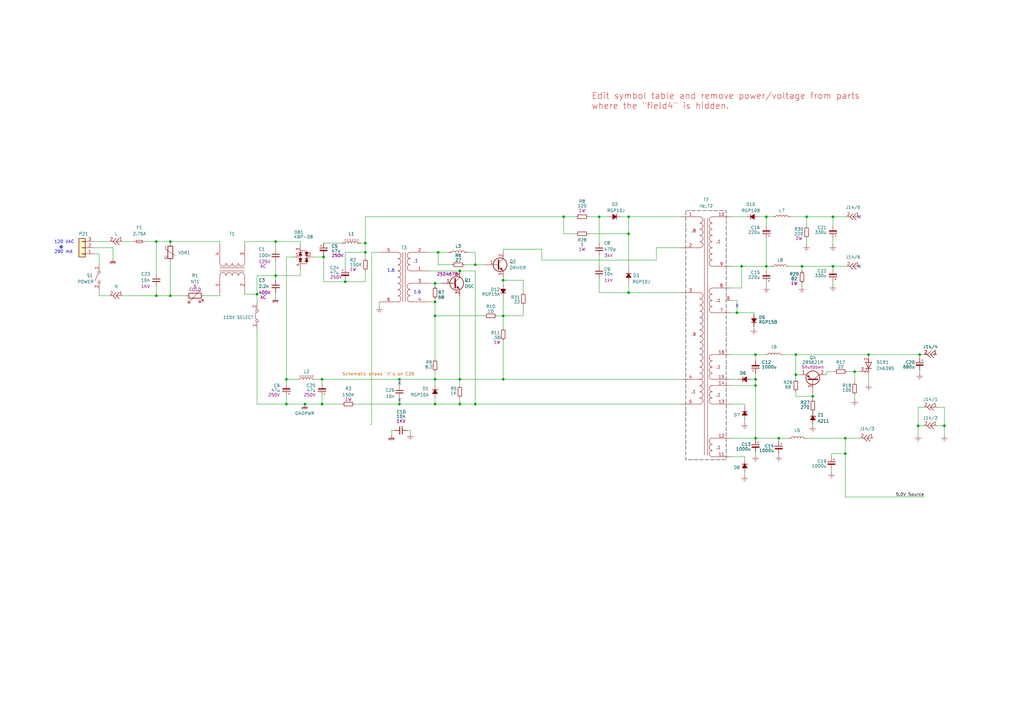
<source format=kicad_sch>
(kicad_sch (version 20230121) (generator eeschema)
  (paper "A3")
  (title_block (title "Apple IIe Power Supply") (rev "1") (company "bald.ee/bitpreserve") (comment 1 "Reference: Sams Computerfacts Apple IIe AS2064"))
  (lib_symbols
    (symbol "Apple IIe Power Supply UNKNOWN Library:Conn_Off_Board" (pin_names (offset 1.016))
      (property "Reference" "P/J?" (at 0 2.54 0))
      (property "Value" "Conn_Off_Board" (at 0 -2.54 0))
      (symbol "Conn_Off_Board_1_1"
        (pin passive line (at -2.54 0 0) (length 1.27) (name "~") (number "1"))
        (pin passive line (at 2.54 0 180) (length 1.27) (name "~") (number "2"))
      )
    )
    (symbol "Apple IIe Power Supply UNKNOWN Library:DB"
      (property "Reference" "DB" (at -1.27 6.35 0))
      (symbol "DB_1_1"
        (pin input line (at -2.54 -1.27 0) (length 2.54) (name "") (number "1"))
        (pin input line (at 5.08 -1.27 180) (length 2.54) (name "") (number "2"))
        (pin input line (at 0 3.81 270) (length 3.81) (name "") (number "3"))
        (pin input line (at 0 -6.35 90) (length 3.81) (name "") (number "4"))
      )
    )
    (symbol "Apple IIe Power Supply UNKNOWN Library:IIe_T2" (pin_names (offset 1.016) hide)
      (property "Reference" "T?" (at 0 50.8 0))
      (property "Value" "IIe_T2" (at 0 48.26 0))
      (symbol "IIe_T2_0_0"
        (text "" (at -1.27 -29.845 0) (effects (font (size 1.27 1.27))))
      )
      (symbol "IIe_T2_1_1"
        (text ".1" (at -5.08 -27.94 0) (effects (font (size 1.27 1.27))))
        (text ".1" (at 5.08 -50.8 0) (effects (font (size 1.27 1.27))))
        (text ".1" (at 5.08 -29.21 0) (effects (font (size 1.27 1.27))))
        (text ".1" (at 5.08 -17.78 0) (effects (font (size 1.27 1.27))))
        (text ".1" (at 5.08 9.525 0) (effects (font (size 1.27 1.27))))
        (text ".1" (at 5.08 33.655 0) (effects (font (size 1.27 1.27))))
        (text ".8" (at -5.08 38.1 0) (effects (font (size 1.27 1.27))))
        (text ".9" (at -5.08 -4.445 0) (effects (font (size 1.27 1.27))))
        (pin passive line (at -10.16 43.815 0) (length 7.62) (name "AA") (number "1"))
        (pin passive line (at 10.16 43.815 180) (length 7.62) (name "SA") (number "10"))
        (pin passive line (at 10.16 -54.61 180) (length 7.62) (name "SD") (number "11"))
        (pin passive line (at 10.16 -46.99 180) (length 7.62) (name "SC") (number "12"))
        (pin passive line (at 10.16 -33.02 180) (length 7.62) (name "SD") (number "13"))
        (pin passive line (at 10.16 -25.4 180) (length 7.62) (name "SC") (number "14"))
        (pin passive line (at 10.16 -22.86 180) (length 7.62) (name "SB") (number "15"))
        (pin passive line (at 10.16 -12.7 180) (length 7.62) (name "SA") (number "16"))
        (pin passive line (at -10.16 31.115 0) (length 7.62) (name "AA") (number "2"))
        (pin passive line (at -10.16 12.7 0) (length 7.62) (name "AA") (number "3"))
        (pin passive line (at -10.16 -22.86 0) (length 7.62) (name "AA") (number "4"))
        (pin passive line (at -10.16 -33.02 0) (length 7.62) (name "AB") (number "5"))
        (pin passive line (at 10.16 9.525 180) (length 1.905) (name "SB") (number "6"))
        (pin passive line (at 10.16 4.445 180) (length 7.62) (name "SB") (number "7"))
        (pin passive line (at 10.16 14.605 180) (length 7.62) (name "SA") (number "8"))
        (pin passive line (at 10.16 23.495 180) (length 7.62) (name "SB") (number "9"))
      )
    )
    (symbol "Apple IIe Power Supply UNKNOWN Library:Q_NPN_NO_NUMBERS" (pin_names (offset 0) hide)
      (property "Reference" "Q?" (at 5.715 1.27 0))
      (property "Value" "Q_NPN_NO_NUMBERS" (at 5.715 -1.27 0))
      (symbol "Q_NPN_NO_NUMBERS_1_1"
        (pin input line (at -5.08 0 0) (length 5.715) (name "B") (number "1"))
        (pin passive line (at 2.54 5.08 270) (length 2.54) (name "C") (number "2"))
        (pin passive line (at 2.54 -5.08 90) (length 2.54) (name "E") (number "3"))
      )
    )
    (symbol "Apple IIe Power Supply UNKNOWN Library:Transformer_1P_2S_IIe_PS" (pin_names (offset 1.016) hide)
      (property "Reference" "T?" (at 0 17.78 0))
      (property "Value" "Transformer_1P_2S_IIe_PS" (at 0 15.24 0))
      (symbol "Transformer_1P_2S_IIe_PS_1_1"
        (pin passive line (at 10.16 2.54 180) (length 7.62) (name "SB") (number "1"))
        (pin passive line (at 10.16 10.16 180) (length 7.62) (name "SA") (number "2"))
        (pin passive line (at 10.16 -2.54 180) (length 7.62) (name "SC") (number "3"))
        (pin passive line (at 10.16 -10.16 180) (length 7.62) (name "SD") (number "4"))
        (pin passive line (at -10.16 10.16 0) (length 7.62) (name "AA") (number "5"))
        (pin passive line (at -10.16 -10.16 0) (length 7.62) (name "AB") (number "6"))
      )
    )
    (symbol "Connector_Generic:Conn_01x03" (pin_names (offset 1.016) hide)
      (property "Reference" "J" (at 0 5.08 0))
      (property "Value" "Conn_01x03" (at 0 -5.08 0))
      (symbol "Conn_01x03_1_1"
        (pin passive line (at -5.08 2.54 0) (length 3.81) (name "Pin_1") (number "1"))
        (pin passive line (at -5.08 0 0) (length 3.81) (name "Pin_2") (number "2"))
        (pin passive line (at -5.08 -2.54 0) (length 3.81) (name "Pin_3") (number "3"))
      )
    )
    (symbol "Device:C_Polarized_Small" (pin_numbers hide) (pin_names (offset 0.254) hide)
      (property "Reference" "C" (at 0.254 1.778 0))
      (property "Value" "C_Polarized_Small" (at 0.254 -2.032 0))
      (symbol "C_Polarized_Small_1_1"
        (pin passive line (at 0 2.54 270) (length 1.8542) (name "~") (number "1"))
        (pin passive line (at 0 -2.54 90) (length 1.8542) (name "~") (number "2"))
      )
    )
    (symbol "Device:C_Small" (pin_numbers hide) (pin_names (offset 0.254) hide)
      (property "Reference" "C" (at 0.254 1.778 0))
      (property "Value" "C_Small" (at 0.254 -2.032 0))
      (symbol "C_Small_1_1"
        (pin passive line (at 0 2.54 270) (length 2.032) (name "~") (number "1"))
        (pin passive line (at 0 -2.54 90) (length 2.032) (name "~") (number "2"))
      )
    )
    (symbol "Device:D_Small_Filled" (pin_numbers hide) (pin_names (offset 0.254) hide)
      (property "Reference" "D" (at -1.27 2.032 0))
      (property "Value" "D_Small_Filled" (at -3.81 -2.032 0))
      (symbol "D_Small_Filled_1_1"
        (pin passive line (at -2.54 0 0) (length 1.778) (name "K") (number "1"))
        (pin passive line (at 2.54 0 180) (length 1.778) (name "A") (number "2"))
      )
    )
    (symbol "Device:D_Zener_Small_Filled" (pin_numbers hide) (pin_names (offset 0.254) hide)
      (property "Reference" "D" (at 0 2.286 0))
      (property "Value" "D_Zener_Small_Filled" (at 0 -2.286 0))
      (symbol "D_Zener_Small_Filled_1_1"
        (pin passive line (at -2.54 0 0) (length 1.778) (name "K") (number "1"))
        (pin passive line (at 2.54 0 180) (length 1.778) (name "A") (number "2"))
      )
    )
    (symbol "Device:Fuse_Small" (pin_numbers hide) (pin_names (offset 0.254) hide)
      (property "Reference" "F" (at 0 -1.524 0))
      (property "Value" "Fuse_Small" (at 0 1.524 0))
      (symbol "Fuse_Small_1_1"
        (pin passive line (at -2.54 0 0) (length 1.27) (name "~") (number "1"))
        (pin passive line (at 2.54 0 180) (length 1.27) (name "~") (number "2"))
      )
    )
    (symbol "Device:L" (pin_numbers hide) (pin_names (offset 1.016) hide)
      (property "Reference" "L" (at -1.27 0 90))
      (property "Value" "L" (at 1.905 0 90))
      (symbol "L_1_1"
        (pin passive line (at 0 3.81 270) (length 1.27) (name "1") (number "1"))
        (pin passive line (at 0 -3.81 90) (length 1.27) (name "2") (number "2"))
      )
    )
    (symbol "Device:L_Ferrite" (pin_numbers hide) (pin_names (offset 1.016) hide)
      (property "Reference" "L" (at -1.27 0 90))
      (property "Value" "L_Ferrite" (at 2.794 0 90))
      (symbol "L_Ferrite_1_1"
        (pin passive line (at 0 3.81 270) (length 1.27) (name "1") (number "1"))
        (pin passive line (at 0 -3.81 90) (length 1.27) (name "2") (number "2"))
      )
    )
    (symbol "Device:Q_PNP_ECB" (pin_names (offset 0) hide)
      (property "Reference" "Q" (at 5.08 1.27 0))
      (property "Value" "Q_PNP_ECB" (at 5.08 -1.27 0))
      (symbol "Q_PNP_ECB_1_1"
        (pin passive line (at 2.54 -5.08 90) (length 2.54) (name "E") (number "1"))
        (pin passive line (at 2.54 5.08 270) (length 2.54) (name "C") (number "2"))
        (pin input line (at -5.08 0 0) (length 5.715) (name "B") (number "3"))
      )
    )
    (symbol "Device:Q_SCR_KAG" (pin_names (offset 0) hide)
      (property "Reference" "D" (at 1.905 0.635 0))
      (property "Value" "Q_SCR_KAG" (at 1.905 -1.27 0))
      (symbol "Q_SCR_KAG_1_1"
        (pin passive line (at 0 -3.81 90) (length 2.54) (name "K") (number "1"))
        (pin passive line (at 0 3.81 270) (length 2.54) (name "A") (number "2"))
        (pin input line (at -3.81 -2.54 0) (length 2.54) (name "G") (number "3"))
      )
    )
    (symbol "Device:R_Small" (pin_numbers hide) (pin_names (offset 0.254) hide)
      (property "Reference" "R" (at 0.762 0.508 0))
      (property "Value" "R_Small" (at 0.762 -1.016 0))
      (symbol "R_Small_1_1"
        (pin passive line (at 0 2.54 270) (length 0.762) (name "~") (number "1"))
        (pin passive line (at 0 -2.54 90) (length 0.762) (name "~") (number "2"))
      )
    )
    (symbol "Device:Thermistor_NTC" (pin_numbers hide) (pin_names (offset 0))
      (property "Reference" "TH" (at -4.445 0 90))
      (property "Value" "Thermistor_NTC" (at 3.175 0 90))
      (symbol "Thermistor_NTC_1_1"
        (pin passive line (at 0 3.81 270) (length 1.27) (name "~") (number "1"))
        (pin passive line (at 0 -3.81 90) (length 1.27) (name "~") (number "2"))
      )
    )
    (symbol "Device:Transformer_1P_1S" (pin_names (offset 1.016) hide)
      (property "Reference" "T" (at 0 6.35 0))
      (property "Value" "Transformer_1P_1S" (at 0 -7.62 0))
      (symbol "Transformer_1P_1S_1_1"
        (pin passive line (at -10.16 5.08 0) (length 7.62) (name "AA") (number "1"))
        (pin passive line (at -10.16 -5.08 0) (length 7.62) (name "AB") (number "2"))
        (pin passive line (at 10.16 -5.08 180) (length 7.62) (name "SA") (number "3"))
        (pin passive line (at 10.16 5.08 180) (length 7.62) (name "SB") (number "4"))
      )
    )
    (symbol "Device:Varistor" (pin_numbers hide) (pin_names (offset 0))
      (property "Reference" "RV" (at 3.175 0 90))
      (property "Value" "Varistor" (at -3.175 0 90))
      (symbol "Varistor_0_0"
        (text "U" (at -1.778 -2.032 0) (effects (font (size 1.27 1.27))))
      )
      (symbol "Varistor_1_1"
        (pin passive line (at 0 3.81 270) (length 1.27) (name "~") (number "1"))
        (pin passive line (at 0 -3.81 90) (length 1.27) (name "~") (number "2"))
      )
    )
    (symbol "Jumper:Jumper_2_Bridged" (pin_names (offset 0) hide)
      (property "Reference" "JP" (at 0 1.905 0))
      (property "Value" "Jumper_2_Bridged" (at 0 -2.54 0))
      (symbol "Jumper_2_Bridged_1_1"
        (pin passive line (at -5.08 0 0) (length 2.54) (name "A") (number "1"))
        (pin passive line (at 5.08 0 180) (length 2.54) (name "B") (number "2"))
      )
    )
    (symbol "Switch:SW_SPST" (pin_names (offset 0) hide)
      (property "Reference" "SW" (at 0 3.175 0))
      (property "Value" "SW_SPST" (at 0 -2.54 0))
      (symbol "SW_SPST_1_1"
        (pin passive line (at -5.08 0 0) (length 2.54) (name "A") (number "1"))
        (pin passive line (at 5.08 0 180) (length 2.54) (name "B") (number "2"))
      )
    )
    (symbol "power:Earth" (power) (pin_names (offset 0))
      (symbol "Earth_1_1"
        (pin power_in line (at 0 0 270) (length 0) hide (name "Earth") (number "1"))
      )
    )
    (symbol "power:GNDPWR" (power) (pin_names (offset 0))
      (property "Value" "GNDPWR" (at 0 -3.302 0))
      (symbol "GNDPWR_1_1"
        (pin power_in line (at 0 0 270) (length 0) hide (name "GNDPWR") (number "1"))
      )
    )
  )
  (junction (at 163.83 155.575))
  (junction (at 257.81 88.9))
  (junction (at 309.88 155.575))
  (junction (at 125.095 165.735))
  (junction (at 341.63 88.9))
  (junction (at 188.595 165.735))
  (junction (at 113.03 113.03))
  (junction (at 231.14 88.9))
  (junction (at 178.435 123.825))
  (junction (at 314.325 109.22))
  (junction (at 178.435 155.575))
  (junction (at 179.705 103.505))
  (junction (at 314.325 88.9))
  (junction (at 69.85 121.285))
  (junction (at 326.39 145.415))
  (junction (at 178.435 116.205))
  (junction (at 328.93 109.22))
  (junction (at 350.52 152.4))
  (junction (at 326.39 153.67))
  (junction (at 64.135 121.285))
  (junction (at 64.135 99.06))
  (junction (at 387.35 174.625))
  (junction (at 132.08 165.735))
  (junction (at 132.08 155.575))
  (junction (at 178.435 165.735))
  (junction (at 377.19 145.415))
  (junction (at 117.475 155.575))
  (junction (at 346.71 186.055))
  (junction (at 206.375 129.54))
  (junction (at 113.03 99.06))
  (junction (at 356.235 145.415))
  (junction (at 149.86 103.505))
  (junction (at 333.375 162.56))
  (junction (at 117.475 165.735))
  (junction (at 163.83 165.735))
  (junction (at 330.835 88.9))
  (junction (at 149.86 99.695))
  (junction (at 309.88 158.115))
  (junction (at 257.81 95.885))
  (junction (at 188.595 111.125))
  (junction (at 105.41 120.65))
  (junction (at 245.745 88.9))
  (junction (at 319.405 179.705))
  (junction (at 206.375 155.575))
  (junction (at 141.605 115.57))
  (junction (at 132.715 105.41))
  (junction (at 69.85 99.06))
  (junction (at 257.81 120.015))
  (junction (at 304.165 109.22))
  (junction (at 206.375 114.935))
  (junction (at 188.595 155.575))
  (junction (at 178.435 129.54))
  (junction (at 309.88 179.705))
  (junction (at 194.945 108.585))
  (junction (at 302.26 128.27))
  (junction (at 309.88 145.415))
  (junction (at 346.71 179.705))
  (junction (at 194.945 165.735))
  (junction (at 341.63 109.22))
  (junction (at 376.555 174.625))
  (no_connect (at 352.425 88.9))
  (no_connect (at 352.425 109.22))
  (wire (pts (xy 175.895 116.205) (xy 178.435 116.205)))
  (wire (pts (xy 330.835 88.9) (xy 330.835 92.71)))
  (wire (pts (xy 163.83 165.735) (xy 178.435 165.735)))
  (wire (pts (xy 191.77 103.505) (xy 194.945 103.505)))
  (wire (pts (xy 132.715 104.775) (xy 132.715 105.41)))
  (wire (pts (xy 299.72 118.11) (xy 304.165 118.11)))
  (wire (pts (xy 319.405 186.055) (xy 319.405 186.69)))
  (wire (pts (xy 206.375 114.935) (xy 206.375 116.84)))
  (wire (pts (xy 339.09 153.67) (xy 339.09 152.4)))
  (wire (pts (xy 145.415 165.735) (xy 163.83 165.735)))
  (wire (pts (xy 149.86 111.125) (xy 149.86 115.57)))
  (wire (pts (xy 214.63 125.095) (xy 214.63 129.54)))
  (wire (pts (xy 377.19 151.765) (xy 377.19 153.035)))
  (wire (pts (xy 269.24 101.6) (xy 269.24 106.68)))
  (wire (pts (xy 346.71 179.705) (xy 353.06 179.705)))
  (wire (pts (xy 206.375 129.54) (xy 214.63 129.54)))
  (wire (pts (xy 299.72 158.115) (xy 309.88 158.115)))
  (wire (pts (xy 50.165 121.285) (xy 64.135 121.285)))
  (wire (pts (xy 206.375 113.665) (xy 206.375 114.935)))
  (wire (pts (xy 338.455 153.67) (xy 339.09 153.67)))
  (wire (pts (xy 245.745 88.9) (xy 249.555 88.9)))
  (wire (pts (xy 314.325 109.22) (xy 314.325 111.125)))
  (wire (pts (xy 254.635 88.9) (xy 257.81 88.9)))
  (wire (pts (xy 314.325 88.9) (xy 314.325 92.71)))
  (wire (pts (xy 245.745 104.775) (xy 245.745 109.22)))
  (wire (pts (xy 132.715 115.57) (xy 141.605 115.57)))
  (wire (pts (xy 350.52 161.925) (xy 350.52 163.83)))
  (wire (pts (xy 149.86 103.505) (xy 149.86 106.045)))
  (wire (pts (xy 314.325 88.9) (xy 316.865 88.9)))
  (wire (pts (xy 123.19 110.49) (xy 123.19 113.03)))
  (wire (pts (xy 269.24 106.68) (xy 222.25 106.68)))
  (wire (pts (xy 309.88 145.415) (xy 313.69 145.415)))
  (wire (pts (xy 128.27 105.41) (xy 132.715 105.41)))
  (wire (pts (xy 178.435 129.54) (xy 178.435 123.825)))
  (wire (pts (xy 379.095 167.005) (xy 376.555 167.005)))
  (wire (pts (xy 194.945 165.735) (xy 188.595 165.735)))
  (wire (pts (xy 231.14 88.9) (xy 236.22 88.9)))
  (wire (pts (xy 309.88 179.705) (xy 309.88 180.34)))
  (wire (pts (xy 377.19 145.415) (xy 379.095 145.415)))
  (wire (pts (xy 326.39 145.415) (xy 356.235 145.415)))
  (wire (pts (xy 163.83 155.575) (xy 178.435 155.575)))
  (wire (pts (xy 257.81 88.9) (xy 279.4 88.9)))
  (wire (pts (xy 333.375 162.56) (xy 333.375 163.83)))
  (wire (pts (xy 46.355 101.6) (xy 46.355 106.045)))
  (wire (pts (xy 341.63 115.57) (xy 341.63 116.84)))
  (wire (pts (xy 100.33 99.06) (xy 113.03 99.06)))
  (wire (pts (xy 179.705 103.505) (xy 184.15 103.505)))
  (wire (pts (xy 326.39 162.56) (xy 333.375 162.56)))
  (wire (pts (xy 326.39 160.655) (xy 326.39 162.56)))
  (wire (pts (xy 117.475 162.56) (xy 117.475 165.735)))
  (wire (pts (xy 117.475 155.575) (xy 121.92 155.575)))
  (wire (pts (xy 314.325 97.79) (xy 314.325 109.22)))
  (wire (pts (xy 319.405 179.705) (xy 323.215 179.705)))
  (wire (pts (xy 105.41 120.65) (xy 105.41 113.03)))
  (wire (pts (xy 309.245 133.985) (xy 309.245 134.62)))
  (wire (pts (xy 241.3 95.885) (xy 257.81 95.885)))
  (wire (pts (xy 105.41 113.03) (xy 113.03 113.03)))
  (wire (pts (xy 328.93 109.22) (xy 328.93 111.125)))
  (wire (pts (xy 117.475 155.575) (xy 117.475 157.48)))
  (wire (pts (xy 305.435 193.675) (xy 305.435 194.945)))
  (wire (pts (xy 231.14 95.885) (xy 231.14 88.9)))
  (wire (pts (xy 155.575 103.505) (xy 152.4 103.505)))
  (wire (pts (xy 198.755 129.54) (xy 178.435 129.54)))
  (wire (pts (xy 90.17 121.285) (xy 90.17 120.65)))
  (wire (pts (xy 299.72 179.705) (xy 309.88 179.705)))
  (wire (pts (xy 309.88 155.575) (xy 309.88 153.035)))
  (wire (pts (xy 309.245 128.27) (xy 309.245 128.905)))
  (wire (pts (xy 307.975 155.575) (xy 309.88 155.575)))
  (wire (pts (xy 257.81 120.015) (xy 279.4 120.015)))
  (wire (pts (xy 324.485 88.9) (xy 330.835 88.9)))
  (wire (pts (xy 149.86 99.695) (xy 149.86 88.9)))
  (wire (pts (xy 117.475 105.41) (xy 120.65 105.41)))
  (wire (pts (xy 194.945 165.735) (xy 279.4 165.735)))
  (wire (pts (xy 188.595 111.125) (xy 194.945 111.125)))
  (wire (pts (xy 311.15 88.9) (xy 314.325 88.9)))
  (wire (pts (xy 350.52 152.4) (xy 350.52 156.845)))
  (wire (pts (xy 69.85 107.315) (xy 69.85 121.285)))
  (wire (pts (xy 333.375 173.99) (xy 333.375 174.625)))
  (wire (pts (xy 341.63 97.79) (xy 341.63 100.33)))
  (wire (pts (xy 132.08 155.575) (xy 132.08 157.48)))
  (wire (pts (xy 257.81 115.57) (xy 257.81 120.015)))
  (wire (pts (xy 147.955 99.695) (xy 149.86 99.695)))
  (wire (pts (xy 330.835 179.705) (xy 346.71 179.705)))
  (wire (pts (xy 100.33 100.33) (xy 100.33 99.06)))
  (wire (pts (xy 152.4 103.505) (xy 152.4 173.99)))
  (wire (pts (xy 346.71 179.705) (xy 346.71 186.055)))
  (wire (pts (xy 328.93 109.22) (xy 341.63 109.22)))
  (wire (pts (xy 40.64 121.285) (xy 45.085 121.285)))
  (wire (pts (xy 206.375 121.92) (xy 206.375 129.54)))
  (wire (pts (xy 132.715 105.41) (xy 132.715 115.57)))
  (wire (pts (xy 309.88 185.42) (xy 309.88 186.69)))
  (wire (pts (xy 346.71 186.055) (xy 346.71 203.835)))
  (wire (pts (xy 314.325 116.205) (xy 314.325 117.475)))
  (wire (pts (xy 90.17 99.06) (xy 90.17 100.33)))
  (wire (pts (xy 236.22 95.885) (xy 231.14 95.885)))
  (wire (pts (xy 167.005 176.53) (xy 168.275 176.53)))
  (wire (pts (xy 299.72 109.22) (xy 304.165 109.22)))
  (wire (pts (xy 149.86 88.9) (xy 231.14 88.9)))
  (wire (pts (xy 299.72 165.735) (xy 305.435 165.735)))
  (wire (pts (xy 245.745 114.3) (xy 245.745 120.015)))
  (wire (pts (xy 179.705 108.585) (xy 179.705 103.505)))
  (wire (pts (xy 178.435 116.205) (xy 180.975 116.205)))
  (wire (pts (xy 328.93 116.205) (xy 328.93 117.475)))
  (wire (pts (xy 206.375 103.505) (xy 206.375 102.235)))
  (wire (pts (xy 178.435 163.195) (xy 178.435 165.735)))
  (wire (pts (xy 40.64 104.14) (xy 40.64 108.585)))
  (wire (pts (xy 326.39 145.415) (xy 326.39 153.67)))
  (wire (pts (xy 356.235 153.67) (xy 356.235 157.48)))
  (wire (pts (xy 188.595 155.575) (xy 206.375 155.575)))
  (wire (pts (xy 326.39 153.67) (xy 326.39 155.575)))
  (wire (pts (xy 59.69 99.06) (xy 64.135 99.06)))
  (wire (pts (xy 309.88 145.415) (xy 309.88 147.955)))
  (wire (pts (xy 341.63 88.9) (xy 347.345 88.9)))
  (wire (pts (xy 330.835 88.9) (xy 341.63 88.9)))
  (wire (pts (xy 206.375 114.935) (xy 214.63 114.935)))
  (wire (pts (xy 100.33 120.65) (xy 105.41 120.65)))
  (wire (pts (xy 188.595 121.285) (xy 188.595 155.575)))
  (wire (pts (xy 341.63 109.22) (xy 341.63 110.49)))
  (wire (pts (xy 356.235 145.415) (xy 377.19 145.415)))
  (wire (pts (xy 245.745 88.9) (xy 245.745 99.695)))
  (wire (pts (xy 188.595 163.195) (xy 188.595 165.735)))
  (wire (pts (xy 83.82 121.285) (xy 90.17 121.285)))
  (wire (pts (xy 299.72 88.9) (xy 306.07 88.9)))
  (wire (pts (xy 69.85 121.285) (xy 64.135 121.285)))
  (wire (pts (xy 302.26 128.27) (xy 309.245 128.27)))
  (wire (pts (xy 155.575 125.73) (xy 155.575 123.825)))
  (wire (pts (xy 339.09 152.4) (xy 342.265 152.4)))
  (wire (pts (xy 305.435 165.735) (xy 305.435 167.005)))
  (wire (pts (xy 129.54 155.575) (xy 132.08 155.575)))
  (wire (pts (xy 299.72 145.415) (xy 309.88 145.415)))
  (wire (pts (xy 340.995 192.405) (xy 340.995 193.675)))
  (wire (pts (xy 328.295 153.67) (xy 326.39 153.67)))
  (wire (pts (xy 299.72 187.325) (xy 305.435 187.325)))
  (wire (pts (xy 113.03 99.06) (xy 113.03 102.235)))
  (wire (pts (xy 222.25 106.68) (xy 222.25 102.235)))
  (wire (pts (xy 188.595 158.115) (xy 188.595 155.575)))
  (wire (pts (xy 206.375 102.235) (xy 222.25 102.235)))
  (wire (pts (xy 149.86 99.695) (xy 149.86 103.505)))
  (wire (pts (xy 178.435 123.825) (xy 175.895 123.825)))
  (wire (pts (xy 113.03 113.03) (xy 113.03 107.315)))
  (wire (pts (xy 376.555 167.005) (xy 376.555 174.625)))
  (wire (pts (xy 178.435 152.4) (xy 178.435 155.575)))
  (wire (pts (xy 299.72 128.27) (xy 302.26 128.27)))
  (wire (pts (xy 341.63 88.9) (xy 341.63 92.71)))
  (wire (pts (xy 38.735 99.06) (xy 45.085 99.06)))
  (wire (pts (xy 340.995 187.325) (xy 340.995 186.055)))
  (wire (pts (xy 132.08 155.575) (xy 163.83 155.575)))
  (wire (pts (xy 340.995 186.055) (xy 346.71 186.055)))
  (wire (pts (xy 149.86 115.57) (xy 141.605 115.57)))
  (wire (pts (xy 305.435 172.085) (xy 305.435 173.355)))
  (wire (pts (xy 163.83 163.195) (xy 163.83 165.735)))
  (wire (pts (xy 123.19 99.06) (xy 123.19 100.33)))
  (wire (pts (xy 194.945 103.505) (xy 194.945 108.585)))
  (wire (pts (xy 309.88 179.705) (xy 319.405 179.705)))
  (wire (pts (xy 113.03 120.015) (xy 113.03 121.92)))
  (wire (pts (xy 194.945 108.585) (xy 198.755 108.585)))
  (wire (pts (xy 214.63 114.935) (xy 214.63 120.015)))
  (wire (pts (xy 50.165 99.06) (xy 54.61 99.06)))
  (wire (pts (xy 319.405 179.705) (xy 319.405 180.975)))
  (wire (pts (xy 163.83 155.575) (xy 163.83 158.115)))
  (wire (pts (xy 105.41 120.65) (xy 105.41 124.46)))
  (wire (pts (xy 175.895 111.125) (xy 188.595 111.125)))
  (wire (pts (xy 141.605 115.57) (xy 141.605 114.935)))
  (wire (pts (xy 64.135 99.06) (xy 69.85 99.06)))
  (wire (pts (xy 188.595 155.575) (xy 178.435 155.575)))
  (wire (pts (xy 178.435 158.115) (xy 178.435 155.575)))
  (wire (pts (xy 179.705 108.585) (xy 185.42 108.585)))
  (wire (pts (xy 245.745 120.015) (xy 257.81 120.015)))
  (wire (pts (xy 352.425 152.4) (xy 350.52 152.4)))
  (wire (pts (xy 113.03 99.06) (xy 123.19 99.06)))
  (wire (pts (xy 168.275 176.53) (xy 168.275 177.8)))
  (wire (pts (xy 113.03 113.03) (xy 113.03 114.935)))
  (wire (pts (xy 206.375 129.54) (xy 206.375 134.62)))
  (wire (pts (xy 132.08 162.56) (xy 132.08 165.735)))
  (wire (pts (xy 178.435 116.205) (xy 178.435 117.475)))
  (wire (pts (xy 149.86 103.505) (xy 141.605 103.505)))
  (wire (pts (xy 64.135 99.06) (xy 64.135 112.395)))
  (wire (pts (xy 188.595 165.735) (xy 178.435 165.735)))
  (wire (pts (xy 206.375 139.7) (xy 206.375 155.575)))
  (wire (pts (xy 279.4 101.6) (xy 269.24 101.6)))
  (wire (pts (xy 123.19 113.03) (xy 113.03 113.03)))
  (wire (pts (xy 141.605 103.505) (xy 141.605 109.855)))
  (wire (pts (xy 356.235 146.05) (xy 356.235 145.415)))
  (wire (pts (xy 132.715 99.695) (xy 140.335 99.695)))
  (wire (pts (xy 64.135 121.285) (xy 64.135 117.475)))
  (wire (pts (xy 376.555 174.625) (xy 376.555 178.435)))
  (wire (pts (xy 257.81 88.9) (xy 257.81 95.885)))
  (wire (pts (xy 105.41 134.62) (xy 105.41 165.735)))
  (wire (pts (xy 321.31 145.415) (xy 326.39 145.415)))
  (wire (pts (xy 117.475 165.735) (xy 105.41 165.735)))
  (wire (pts (xy 299.72 155.575) (xy 302.895 155.575)))
  (wire (pts (xy 387.35 167.005) (xy 387.35 174.625)))
  (wire (pts (xy 151.765 173.99) (xy 152.4 173.99)))
  (wire (pts (xy 347.345 152.4) (xy 350.52 152.4)))
  (wire (pts (xy 376.555 174.625) (xy 379.095 174.625)))
  (wire (pts (xy 194.945 111.125) (xy 194.945 165.735)))
  (wire (pts (xy 40.64 118.745) (xy 40.64 121.285)))
  (wire (pts (xy 178.435 122.555) (xy 178.435 123.825)))
  (wire (pts (xy 302.26 123.19) (xy 302.26 128.27)))
  (wire (pts (xy 160.655 176.53) (xy 160.655 178.435)))
  (wire (pts (xy 38.735 104.14) (xy 40.64 104.14)))
  (wire (pts (xy 323.85 109.22) (xy 328.93 109.22)))
  (wire (pts (xy 309.88 155.575) (xy 309.88 158.115)))
  (wire (pts (xy 175.895 103.505) (xy 179.705 103.505)))
  (wire (pts (xy 384.175 167.005) (xy 387.35 167.005)))
  (wire (pts (xy 178.435 129.54) (xy 178.435 147.32)))
  (wire (pts (xy 38.735 101.6) (xy 46.355 101.6)))
  (wire (pts (xy 341.63 109.22) (xy 347.345 109.22)))
  (wire (pts (xy 299.72 123.19) (xy 302.26 123.19)))
  (wire (pts (xy 117.475 105.41) (xy 117.475 155.575)))
  (wire (pts (xy 125.095 165.735) (xy 132.08 165.735)))
  (wire (pts (xy 241.3 88.9) (xy 245.745 88.9)))
  (wire (pts (xy 206.375 155.575) (xy 279.4 155.575)))
  (wire (pts (xy 117.475 165.735) (xy 125.095 165.735)))
  (wire (pts (xy 132.08 165.735) (xy 140.335 165.735)))
  (wire (pts (xy 384.175 174.625) (xy 387.35 174.625)))
  (wire (pts (xy 330.835 97.79) (xy 330.835 100.33)))
  (wire (pts (xy 333.375 162.56) (xy 333.375 161.29)))
  (wire (pts (xy 69.85 99.06) (xy 90.17 99.06)))
  (wire (pts (xy 346.71 203.835) (xy 379.095 203.835)))
  (wire (pts (xy 314.325 109.22) (xy 316.23 109.22)))
  (wire (pts (xy 69.85 121.285) (xy 76.2 121.285)))
  (wire (pts (xy 387.35 174.625) (xy 387.35 178.435)))
  (wire (pts (xy 305.435 187.325) (xy 305.435 188.595)))
  (wire (pts (xy 304.165 118.11) (xy 304.165 109.22)))
  (wire (pts (xy 309.88 158.115) (xy 309.88 179.705)))
  (wire (pts (xy 161.925 176.53) (xy 160.655 176.53)))
  (wire (pts (xy 203.835 129.54) (xy 206.375 129.54)))
  (wire (pts (xy 304.165 109.22) (xy 314.325 109.22)))
  (wire (pts (xy 377.19 145.415) (xy 377.19 146.685)))
  (wire (pts (xy 69.85 99.06) (xy 69.85 99.695)))
  (wire (pts (xy 257.81 95.885) (xy 257.81 110.49)))
  (wire (pts (xy 194.945 108.585) (xy 190.5 108.585)))
  (text "X" (at 163.195 165.1 0) (effects (font (size 1.27 1.27)) (justify left bottom)))
  (text "Schematic shows \"X\"s on C26" (at 140.335 154.305 0) (effects (font (size 1.27 1.27)) (justify left bottom)))
  (text "X" (at 163.195 158.115 0) (effects (font (size 1.27 1.27)) (justify left bottom)))
  (text "1.6" (at 158.75 111.76 0) (effects (font (size 1.27 1.27)) (justify left bottom)))
  (text "Edit symbol table and remove power/voltage from parts\nwhere the \"field4\" is hidden." (at 242.57 45.085 0) (effects (font (size 2.54 2.54)) (justify left bottom)))
  (text "120 VAC\n  @\n290 mA" (at 22.225 104.14 0) (effects (font (size 1.27 1.27)) (justify left bottom)))
  (text ".1" (at 169.545 107.95 0) (effects (font (size 1.27 1.27)) (justify left bottom)))
  (text "1.6" (at 169.545 120.65 0) (effects (font (size 1.27 1.27)) (justify left bottom)))
  (text "X" (at 301.625 126.365 0) (effects (font (size 1.27 1.27)) (justify left bottom)))
  (label "5.0V Source" (at 379.095 203.835 180))
  (symbol (lib_id "Device:C_Small") (at 64.135 114.935 0) (unit 1)
    (property "Reference" "C23" (at 57.785 112.395 0) (effects (justify left)))
    (property "Value" "10n" (at 57.785 114.935 0) (effects (justify left)))
    (property "Voltage" "1KV" (at 57.785 117.4687 0) (effects (justify left)))
  )
  (symbol (lib_id "Device:L") (at 317.5 145.415 90) (unit 1)
    (property "Reference" "L6" (at 317.5 142.24 90))
    (property "Value" "L" (effects hide))
  )
  (symbol (lib_id "Device:C_Polarized_Small") (at 132.715 102.235 0) (unit 1)
    (property "Reference" "C5" (at 135.89 100.965 0) (effects (justify left)))
    (property "Value" "47u" (at 135.89 102.87 0) (effects (justify left)))
    (property "Field4" "250V" (at 138.43 104.775 0))
  )
  (symbol (lib_id "power:Earth") (at 309.88 186.69 0) (unit 1)
    (property "Reference" "#PWR014" (effects hide))
    (property "Value" "Earth" (effects hide))
  )
  (symbol (lib_id "power:Earth") (at 350.52 163.83 0) (unit 1)
    (property "Reference" "#PWR018" (effects hide))
    (property "Value" "Earth" (effects hide))
  )
  (symbol (lib_id "Device:C_Polarized_Small") (at 314.325 113.665 180) (unit 1)
    (property "Reference" "C15" (at 311.785 111.76 0) (effects (justify left)))
    (property "Value" "220u" (at 311.785 113.665 0) (effects (justify left)))
    (property "Field4" "250V" (effects hide))
  )
  (symbol (lib_id "Device:C_Polarized_Small") (at 341.63 95.25 180) (unit 1)
    (property "Reference" "C21" (at 339.09 93.345 0) (effects (justify left)))
    (property "Value" "330u" (at 339.09 95.25 0) (effects (justify left)))
    (property "Field4" "250V" (effects hide))
  )
  (symbol (lib_id "Device:R_Small") (at 178.435 120.015 0) (mirror x) (unit 1)
    (property "Reference" "R7" (at 180.975 120.015 0))
    (property "Value" "68" (at 180.975 121.92 0))
  )
  (symbol (lib_id "Apple IIe Power Supply UNKNOWN Library:Transformer_1P_2S_IIe_PS") (at 165.735 113.665 0) (unit 1)
    (property "Reference" "T3" (at 165.735 101.6 0))
    (property "Value" "Transformer_1P_2S_IIe_PS" (effects hide))
  )
  (symbol (lib_id "Device:L") (at 327.025 179.705 90) (unit 1)
    (property "Reference" "L5" (at 327.025 176.53 90))
    (property "Value" "L" (effects hide))
  )
  (symbol (lib_id "Jumper:Jumper_2_Bridged") (at 105.41 129.54 90) (unit 1)
    (property "Reference" "JP?" (effects hide))
    (property "Value" "115V SELECT" (at 91.44 130.175 90) (effects (justify right)))
  )
  (symbol (lib_id "Device:R_Small") (at 188.595 160.655 180) (unit 1)
    (property "Reference" "R5" (at 186.055 159.385 0))
    (property "Value" "1K" (at 186.055 161.29 0))
  )
  (symbol (lib_id "Apple IIe Power Supply UNKNOWN Library:IIe_T2") (at 289.56 132.715 0) (unit 1)
    (property "Reference" "T?" (at 289.56 81.915 0))
    (property "Value" "IIe_T2" (at 289.56 84.455 0))
  )
  (symbol (lib_id "Device:D_Small_Filled") (at 252.095 88.9 0) (mirror y) (unit 1)
    (property "Reference" "D2" (at 250.825 83.82 0) (effects (justify right)))
    (property "Value" "RGP10J" (at 248.92 86.36 0) (effects (justify right)))
    (property "Sim.Device" "D" (effects hide))
    (property "Sim.Pins" "1=K 2=A" (effects hide))
  )
  (symbol (lib_id "Device:R_Small") (at 238.76 95.885 270) (unit 1)
    (property "Reference" "R28" (at 238.76 98.425 90))
    (property "Value" "1" (at 238.76 100.33 90))
    (property "Field4" "1W" (at 238.76 102.235 90))
  )
  (symbol (lib_id "Device:C_Polarized_Small") (at 341.63 113.03 180) (unit 1)
    (property "Reference" "C22" (at 339.09 111.125 0) (effects (justify left)))
    (property "Value" "330u" (at 339.09 113.03 0) (effects (justify left)))
    (property "Field4" "250V" (effects hide))
  )
  (symbol (lib_id "power:Earth") (at 377.19 153.035 0) (unit 1)
    (property "Reference" "#PWR020" (effects hide))
    (property "Value" "Earth" (effects hide))
  )
  (symbol (lib_id "Device:D_Small_Filled") (at 308.61 88.9 0) (unit 1)
    (property "Reference" "D10" (at 309.88 83.82 0) (effects (justify right)))
    (property "Value" "RGP10B" (at 311.785 86.36 0) (effects (justify right)))
    (property "Sim.Device" "D" (effects hide))
    (property "Sim.Pins" "1=K 2=A" (effects hide))
  )
  (symbol (lib_id "power:Earth") (at 305.435 173.355 0) (unit 1)
    (property "Reference" "#PWR013" (effects hide))
    (property "Value" "Earth" (effects hide))
  )
  (symbol (lib_id "power:Earth") (at 341.63 116.84 0) (unit 1)
    (property "Reference" "#PWR09" (effects hide))
    (property "Value" "Earth" (effects hide))
  )
  (symbol (lib_id "Apple IIe Power Supply UNKNOWN Library:Conn_Off_Board") (at 47.625 99.06 0) (mirror y) (unit 1)
    (property "Reference" "P/J1" (effects hide))
    (property "Value" "L" (at 47.625 95.885 0))
  )
  (symbol (lib_id "Apple IIe Power Supply UNKNOWN Library:Conn_Off_Board") (at 47.625 121.285 0) (mirror y) (unit 1)
    (property "Reference" "P/J2" (effects hide))
    (property "Value" "N" (at 47.625 117.475 0))
  )
  (symbol (lib_id "Device:L") (at 187.96 103.505 90) (unit 1)
    (property "Reference" "L3" (at 187.96 100.965 90))
    (property "Value" "L" (effects hide))
  )
  (symbol (lib_id "Connector_Generic:Conn_01x03") (at 33.655 101.6 180) (unit 1)
    (property "Reference" "P21" (at 34.29 95.885 0))
    (property "Value" "Conn_01x03" (effects hide))
  )
  (symbol (lib_id "Apple IIe Power Supply UNKNOWN Library:Q_NPN_NO_NUMBERS") (at 186.055 116.205 0) (unit 1)
    (property "Reference" "Q1" (at 190.5 114.935 0) (effects (justify left)))
    (property "Value" "OSC" (at 190.5 117.475 0) (effects (justify left)))
    (property "Field4" "2SD467B" (at 183.515 112.395 0))
  )
  (symbol (lib_id "Device:R_Small") (at 149.86 108.585 0) (unit 1)
    (property "Reference" "R2" (at 144.78 106.68 0))
    (property "Value" "150K" (at 146.05 108.585 0))
    (property "Field4" "1W" (at 144.78 110.49 0))
  )
  (symbol (lib_id "power:Earth") (at 305.435 194.945 0) (unit 1)
    (property "Reference" "#PWR015" (effects hide))
    (property "Value" "Earth" (effects hide))
  )
  (symbol (lib_id "Device:L_Ferrite") (at 125.73 155.575 90) (unit 1)
    (property "Reference" "L2" (at 125.73 152.4 90))
    (property "Value" "L_Ferrite" (effects hide))
  )
  (symbol (lib_id "Switch:SW_SPST") (at 40.64 113.665 90) (mirror x) (unit 1)
    (property "Reference" "S1" (at 35.56 113.03 90) (effects (justify right)))
    (property "Value" "POWER" (at 31.75 115.57 90) (effects (justify right)))
  )
  (symbol (lib_id "Apple IIe Power Supply UNKNOWN Library:Conn_Off_Board") (at 381.635 174.625 180) (unit 1)
    (property "Reference" "J14/2" (at 381.635 171.45 0))
    (property "Value" "Conn_Off_Board" (effects hide))
  )
  (symbol (lib_id "Device:D_Small_Filled") (at 309.245 131.445 90) (unit 1)
    (property "Reference" "D9" (at 311.15 130.175 90) (effects (justify right)))
    (property "Value" "RGP15B" (at 311.15 132.08 90) (effects (justify right)))
    (property "Sim.Device" "D" (effects hide))
    (property "Sim.Pins" "1=K 2=A" (effects hide))
  )
  (symbol (lib_id "Apple IIe Power Supply UNKNOWN Library:Conn_Off_Board") (at 355.6 179.705 180) (unit 1)
    (property "Reference" "J14/3" (at 355.6 175.895 0))
    (property "Value" "Conn_Off_Board" (effects hide))
  )
  (symbol (lib_id "Device:R_Small") (at 214.63 122.555 180) (unit 1)
    (property "Reference" "R31" (at 211.455 121.92 0))
    (property "Value" "22" (at 212.09 123.825 0))
  )
  (symbol (lib_id "Device:R_Small") (at 344.805 152.4 90) (unit 1)
    (property "Reference" "R17" (at 344.805 148.59 90))
    (property "Value" "22" (at 344.805 150.495 90))
    (property "Field4" "1W" (effects hide))
  )
  (symbol (lib_id "Device:R_Small") (at 142.875 165.735 90) (unit 1)
    (property "Reference" "R3" (at 142.875 159.385 90))
    (property "Value" "150K" (at 142.875 161.925 90))
    (property "Field4" "1W" (at 142.875 163.83 90))
  )
  (symbol (lib_id "Device:L") (at 320.04 109.22 90) (unit 1)
    (property "Reference" "L8" (at 320.04 106.68 90))
    (property "Value" "L" (effects hide))
  )
  (symbol (lib_id "power:Earth") (at 330.835 100.33 0) (unit 1)
    (property "Reference" "#PWR07" (effects hide))
    (property "Value" "Earth" (effects hide))
  )
  (symbol (lib_id "Device:Varistor") (at 69.85 103.505 0) (unit 1)
    (property "Reference" "VDR1" (at 73.025 103.6983 0) (effects (justify left)))
    (property "Value" "Varistor" (effects hide))
    (property "Sim.Name" "kicad_builtin_varistor" (effects hide))
    (property "Sim.Device" "SUBCKT" (effects hide))
    (property "Sim.Pins" "1=A 2=B" (effects hide))
    (property "Sim.Params" "threshold=1k" (effects hide))
    (property "Sim.Library" "${KICAD7_SYMBOL_DIR}/Simulation_SPICE.sp" (effects hide))
  )
  (symbol (lib_id "power:GNDPWR") (at 46.355 106.045 0) (unit 1)
    (property "Reference" "#PWR01" (effects hide))
    (property "Value" "GNDPWR" (effects hide))
  )
  (symbol (lib_id "power:Earth") (at 387.35 178.435 0) (unit 1)
    (property "Reference" "#PWR022" (effects hide))
    (property "Value" "Earth" (effects hide))
  )
  (symbol (lib_id "power:Earth") (at 341.63 100.33 0) (unit 1)
    (property "Reference" "#PWR08" (effects hide))
    (property "Value" "Earth" (effects hide))
  )
  (symbol (lib_id "Apple IIe Power Supply UNKNOWN Library:DB") (at 123.19 104.14 0) (unit 1)
    (property "Reference" "DB1" (at 122.555 95.25 0))
    (property "Value" "KBP-08" (at 124.46 97.155 0))
  )
  (symbol (lib_id "Device:C_Polarized_Small") (at 340.995 189.865 0) (mirror y) (unit 1)
    (property "Reference" "C19" (at 339.09 189.23 0) (effects (justify left)))
    (property "Value" "1000u" (at 339.09 191.135 0) (effects (justify left)))
    (property "Field4" "250V" (effects hide))
  )
  (symbol (lib_id "Device:C_Small") (at 163.83 160.655 0) (mirror y) (unit 1)
    (property "Reference" "C26" (at 161.925 160.02 0) (effects (justify left)))
    (property "Value" "10n" (at 161.925 162.56 0) (effects (justify left)))
  )
  (symbol (lib_id "Apple IIe Power Supply UNKNOWN Library:Conn_Off_Board") (at 349.885 88.9 180) (unit 1)
    (property "Reference" "J14/5" (at 349.885 85.09 0))
    (property "Value" "Conn_Off_Board" (effects hide))
  )
  (symbol (lib_id "Apple IIe Power Supply UNKNOWN Library:Conn_Off_Board") (at 381.635 145.415 180) (unit 1)
    (property "Reference" "J14/4" (at 381.635 142.24 0))
    (property "Value" "Conn_Off_Board" (effects hide))
  )
  (symbol (lib_id "Device:C_Polarized_Small") (at 314.325 95.25 180) (unit 1)
    (property "Reference" "C16" (at 311.785 93.345 0) (effects (justify left)))
    (property "Value" "220u" (at 311.785 95.25 0) (effects (justify left)))
    (property "Field4" "250V" (effects hide))
  )
  (symbol (lib_id "power:Earth") (at 309.245 134.62 0) (unit 1)
    (property "Reference" "#PWR012" (effects hide))
    (property "Value" "Earth" (effects hide))
  )
  (symbol (lib_id "Device:R_Small") (at 328.93 113.665 180) (unit 1)
    (property "Reference" "R29" (at 325.755 112.395 0))
    (property "Value" "82" (at 325.755 114.3 0))
    (property "Field4" "1W" (at 325.755 116.205 0))
  )
  (symbol (lib_id "Device:R_Small") (at 333.375 166.37 180) (unit 1)
    (property "Reference" "R27" (at 330.2 165.1 0))
    (property "Value" "270" (at 330.2 167.005 0))
    (property "Field4" "1W" (effects hide))
  )
  (symbol (lib_id "Device:C_Small") (at 245.745 102.235 0) (unit 1)
    (property "Reference" "C8" (at 247.65 99.695 0) (effects (justify left)))
    (property "Value" "470p" (at 247.65 102.235 0) (effects (justify left)))
    (property "Field5" "3kV" (at 249.555 104.775 0))
  )
  (symbol (lib_id "Device:C_Polarized_Small") (at 117.475 160.02 180) (unit 1)
    (property "Reference" "C6" (at 114.935 158.115 0) (effects (justify left)))
    (property "Value" "47u" (at 114.935 160.02 0) (effects (justify left)))
    (property "Field4" "250V" (at 112.395 161.925 0))
  )
  (symbol (lib_id "Device:Q_SCR_KAG") (at 356.235 149.86 0) (unit 1)
    (property "Reference" "SCR1" (at 359.41 148.59 0) (effects (justify left)))
    (property "Value" "2n6395" (at 359.41 151.13 0) (effects (justify left)))
  )
  (symbol (lib_id "power:Earth") (at 168.275 177.8 0) (unit 1)
    (property "Reference" "#PWR03" (effects hide))
    (property "Value" "Earth" (effects hide))
  )
  (symbol (lib_id "Device:D_Zener_Small_Filled") (at 333.375 171.45 270) (unit 1)
    (property "Reference" "Z1" (at 335.28 170.18 90) (effects (justify left)))
    (property "Value" "A211" (at 335.28 172.72 90) (effects (justify left)))
  )
  (symbol (lib_id "Device:C_Small") (at 113.03 117.475 0) (unit 1)
    (property "Reference" "C3" (at 106.045 114.935 0) (effects (justify left)))
    (property "Value" "2.2n" (at 106.045 117.475 0) (effects (justify left)))
    (property "Voltage" "400V" (at 106.045 120.0087 0) (effects (justify left)))
    (property "Field5" "AC" (at 107.95 121.92 0))
  )
  (symbol (lib_id "Device:D_Small_Filled") (at 305.435 191.135 270) (unit 1)
    (property "Reference" "D8" (at 303.53 191.77 90) (effects (justify right)))
    (property "Value" "RGP15B" (effects hide))
    (property "Sim.Device" "D" (effects hide))
    (property "Sim.Pins" "1=K 2=A" (effects hide))
  )
  (symbol (lib_id "Device:R_Small") (at 178.435 149.86 180) (unit 1)
    (property "Reference" "R9" (at 175.895 148.59 0))
    (property "Value" "8.2" (at 175.895 150.495 0))
  )
  (symbol (lib_id "Device:C_Polarized_Small") (at 309.88 150.495 0) (mirror x) (unit 1)
    (property "Reference" "C12" (at 312.42 148.59 0) (effects (justify left)))
    (property "Value" "1000u" (at 312.42 150.495 0) (effects (justify left)))
    (property "Field4" "250V" (effects hide))
  )
  (symbol (lib_id "Device:D_Small_Filled") (at 305.435 169.545 270) (unit 1)
    (property "Reference" "D7" (at 303.53 170.18 90) (effects (justify right)))
    (property "Value" "RGP15B" (effects hide))
    (property "Sim.Device" "D" (effects hide))
    (property "Sim.Pins" "1=K 2=A" (effects hide))
  )
  (symbol (lib_id "Device:C_Polarized_Small") (at 309.88 182.88 0) (mirror y) (unit 1)
    (property "Reference" "C13" (at 307.975 182.245 0) (effects (justify left)))
    (property "Value" "1000u" (at 307.975 184.15 0) (effects (justify left)))
    (property "Field4" "250V" (effects hide))
  )
  (symbol (lib_id "Device:D_Small_Filled") (at 178.435 160.655 270) (unit 1)
    (property "Reference" "D1" (at 175.895 159.385 90) (effects (justify right)))
    (property "Value" "RGP10A" (at 175.895 161.925 90) (effects (justify right)))
    (property "Sim.Device" "D" (effects hide))
    (property "Sim.Pins" "1=K 2=A" (effects hide))
  )
  (symbol (lib_id "Apple IIe Power Supply UNKNOWN Library:Conn_Off_Board") (at 381.635 167.005 180) (unit 1)
    (property "Reference" "J14/1" (at 381.635 163.83 0))
    (property "Value" "Conn_Off_Board" (effects hide))
  )
  (symbol (lib_id "Device:R_Small") (at 201.295 129.54 270) (mirror x) (unit 1)
    (property "Reference" "R10" (at 201.295 125.73 90))
    (property "Value" "10" (at 201.295 127.635 90))
  )
  (symbol (lib_id "Device:R_Small") (at 350.52 159.385 180) (unit 1)
    (property "Reference" "R18" (at 347.345 158.115 0))
    (property "Value" "100" (at 347.345 160.02 0))
    (property "Field4" "1W" (effects hide))
  )
  (symbol (lib_id "Device:R_Small") (at 206.375 137.16 0) (mirror y) (unit 1)
    (property "Reference" "R11" (at 203.2 136.525 0))
    (property "Value" ".56" (at 203.835 138.43 0))
    (property "Field4" "1W" (at 203.835 140.335 0))
  )
  (symbol (lib_id "Device:Transformer_1P_1S") (at 95.25 110.49 90) (unit 1)
    (property "Reference" "T1" (at 93.98 95.885 90) (effects (justify right)))
    (property "Value" "Transformer_1P_1S" (effects hide))
  )
  (symbol (lib_id "Device:L") (at 320.675 88.9 90) (unit 1)
    (property "Reference" "L7" (at 320.675 86.36 90))
    (property "Value" "L" (effects hide))
  )
  (symbol (lib_id "Device:Fuse_Small") (at 57.15 99.06 0) (unit 1)
    (property "Reference" "F1" (at 57.15 93.345 0))
    (property "Value" "2.75A" (at 57.15 95.885 0))
  )
  (symbol (lib_id "Device:C_Small") (at 113.03 104.775 0) (unit 1)
    (property "Reference" "C1" (at 106.045 102.235 0) (effects (justify left)))
    (property "Value" "100n" (at 106.045 104.775 0) (effects (justify left)))
    (property "Voltage" "125V" (at 106.045 107.3087 0) (effects (justify left)))
    (property "Field5" "AC" (at 107.95 109.22 0))
  )
  (symbol (lib_id "Apple IIe Power Supply UNKNOWN Library:Conn_Off_Board") (at 349.885 109.22 180) (unit 1)
    (property "Reference" "J14/6" (at 349.885 105.41 0))
    (property "Value" "Conn_Off_Board" (effects hide))
  )
  (symbol (lib_id "Device:Q_PNP_ECB") (at 333.375 156.21 270) (mirror x) (unit 1)
    (property "Reference" "Q4" (at 333.375 146.685 90))
    (property "Value" "2BS621R" (at 333.375 148.59 90))
    (property "Field4" "Shutdown" (at 333.375 150.495 90))
  )
  (symbol (lib_id "Device:C_Polarized_Small") (at 141.605 112.395 0) (unit 1)
    (property "Reference" "C24" (at 135.255 109.855 0) (effects (justify left)))
    (property "Value" "47u" (at 135.255 111.76 0) (effects (justify left)))
    (property "Field4" "250V" (at 137.795 113.665 0))
  )
  (symbol (lib_id "Device:C_Polarized_Small") (at 377.19 149.225 0) (mirror y) (unit 1)
    (property "Reference" "C20" (at 375.285 148.59 0) (effects (justify left)))
    (property "Value" "680u" (at 375.285 150.495 0) (effects (justify left)))
    (property "Field4" "250V" (effects hide))
  )
  (symbol (lib_id "Device:R_Small") (at 326.39 158.115 180) (unit 1)
    (property "Reference" "R26" (at 323.215 156.845 0))
    (property "Value" "68" (at 323.215 158.75 0))
  )
  (symbol (lib_id "power:Earth") (at 319.405 186.69 0) (unit 1)
    (property "Reference" "#PWR016" (effects hide))
    (property "Value" "Earth" (effects hide))
  )
  (symbol (lib_id "Device:R_Small") (at 187.96 108.585 90) (unit 1)
    (property "Reference" "R6" (at 187.96 104.775 90))
    (property "Value" "27" (at 187.96 106.68 90))
  )
  (symbol (lib_id "Apple IIe Power Supply UNKNOWN Library:Q_NPN_NO_NUMBERS") (at 203.835 108.585 0) (unit 1)
    (property "Reference" "Q2" (at 208.915 107.315 0) (effects (justify left)))
    (property "Value" "DRIVER" (at 208.915 109.855 0) (effects (justify left)))
  )
  (symbol (lib_id "power:Earth") (at 333.375 174.625 0) (unit 1)
    (property "Reference" "#PWR019" (effects hide))
    (property "Value" "Earth" (effects hide))
  )
  (symbol (lib_id "Device:C_Small") (at 245.745 111.76 0) (unit 1)
    (property "Reference" "C9" (at 247.65 110.49 0) (effects (justify left)))
    (property "Value" "10n" (at 247.65 112.395 0) (effects (justify left)))
    (property "Field5" "1kV" (at 249.555 114.935 0))
  )
  (symbol (lib_id "Device:Thermistor_NTC") (at 80.01 121.285 90) (unit 1)
    (property "Reference" "R1" (at 80.01 113.03 90))
    (property "Value" "NTC" (at 80.01 115.57 90))
    (property "Field4" "5" (at 80.01 117.475 90))
    (property "Field5" "COLD" (at 80.01 118.745 90))
  )
  (symbol (lib_id "power:Earth") (at 155.575 125.73 0) (unit 1)
    (property "Reference" "#PWR06" (effects hide))
    (property "Value" "Earth" (effects hide))
  )
  (symbol (lib_id "Device:D_Small_Filled") (at 206.375 119.38 270) (mirror x) (unit 1)
    (property "Reference" "D12" (at 205.105 118.745 90) (effects (justify right)))
    (property "Value" "RGP15A" (at 205.105 120.65 90) (effects (justify right)))
    (property "Sim.Device" "D" (effects hide))
    (property "Sim.Pins" "1=K 2=A" (effects hide))
  )
  (symbol (lib_id "Device:C_Polarized_Small") (at 132.08 160.02 180) (unit 1)
    (property "Reference" "C25" (at 129.54 158.115 0) (effects (justify left)))
    (property "Value" "47u" (at 129.54 160.02 0) (effects (justify left)))
    (property "Field4" "250V" (at 127 161.925 0))
  )
  (symbol (lib_id "power:GNDPWR") (at 113.03 121.92 0) (unit 1)
    (property "Reference" "#PWR02" (effects hide))
    (property "Value" "GNDPWR" (effects hide))
  )
  (symbol (lib_id "power:Earth") (at 376.555 178.435 0) (unit 1)
    (property "Reference" "#PWR021" (effects hide))
    (property "Value" "Earth" (effects hide))
  )
  (symbol (lib_id "power:Earth") (at 314.325 117.475 0) (unit 1)
    (property "Reference" "#PWR011" (effects hide))
    (property "Value" "Earth" (effects hide))
  )
  (symbol (lib_id "Device:C_Small") (at 164.465 176.53 270) (unit 1)
    (property "Reference" "C10" (at 162.56 168.91 90) (effects (justify left)))
    (property "Value" "10n" (at 162.56 170.815 90) (effects (justify left)))
    (property "Voltage" "1KV" (at 162.56 172.72 90) (effects (justify left)))
  )
  (symbol (lib_id "Device:R_Small") (at 330.835 95.25 180) (unit 1)
    (property "Reference" "R30" (at 327.66 93.98 0))
    (property "Value" "220" (at 327.66 95.885 0))
    (property "Field4" "2W" (at 327.66 97.79 0))
  )
  (symbol (lib_id "Device:D_Small_Filled") (at 305.435 155.575 0) (unit 1)
    (property "Reference" "D6" (at 306.07 153.035 0) (effects (justify right)))
    (property "Value" "RGP15B" (effects hide))
    (property "Sim.Device" "D" (effects hide))
    (property "Sim.Pins" "1=K 2=A" (effects hide))
  )
  (symbol (lib_id "Device:L_Ferrite") (at 144.145 99.695 90) (unit 1)
    (property "Reference" "L1" (at 144.145 95.885 90))
    (property "Value" "L_Ferrite" (effects hide))
  )
  (symbol (lib_id "Device:C_Polarized_Small") (at 319.405 183.515 0) (mirror y) (unit 1)
    (property "Reference" "C14" (at 317.5 182.88 0) (effects (justify left)))
    (property "Value" "1000u" (at 317.5 184.785 0) (effects (justify left)))
    (property "Field4" "250V" (effects hide))
  )
  (symbol (lib_id "power:Earth") (at 340.995 193.675 0) (unit 1)
    (property "Reference" "#PWR023" (effects hide))
    (property "Value" "Earth" (effects hide))
  )
  (symbol (lib_id "power:Earth") (at 356.235 157.48 0) (unit 1)
    (property "Reference" "#PWR017" (effects hide))
    (property "Value" "Earth" (effects hide))
  )
  (symbol (lib_id "Device:R_Small") (at 238.76 88.9 90) (unit 1)
    (property "Reference" "R8" (at 238.76 82.55 90))
    (property "Value" "120" (at 238.76 84.455 90))
    (property "Field4" "1W" (at 238.76 86.36 90))
  )
  (symbol (lib_id "Device:D_Small_Filled") (at 257.81 113.03 270) (unit 1)
    (property "Reference" "D3" (at 262.255 113.03 90) (effects (justify right)))
    (property "Value" "RGP10J" (at 266.7 115.57 90) (effects (justify right)))
    (property "Sim.Device" "D" (effects hide))
    (property "Sim.Pins" "1=K 2=A" (effects hide))
  )
  (symbol (lib_id "power:GNDPWR") (at 160.655 178.435 0) (unit 1)
    (property "Reference" "#PWR05" (effects hide))
    (property "Value" "GNDPWR" (effects hide))
  )
  (symbol (lib_id "power:GNDPWR") (at 125.095 165.735 0) (unit 1)
    (property "Reference" "#PWR04" (effects hide))
    (property "Value" "GNDPWR" (at 124.968 169.545 0))
  )
  (symbol (lib_id "power:Earth") (at 328.93 117.475 0) (unit 1)
    (property "Reference" "#PWR010" (effects hide))
    (property "Value" "Earth" (effects hide))
  )
)
</source>
